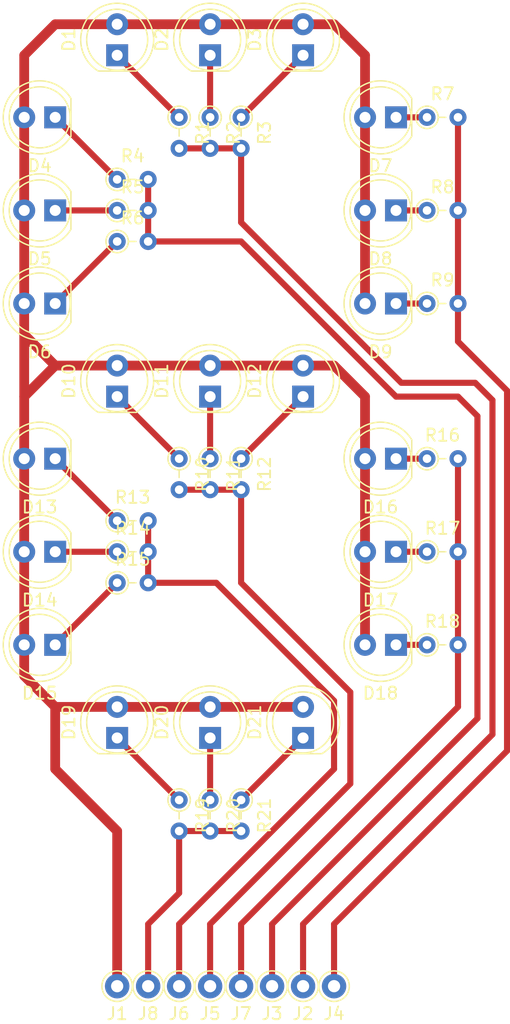
<source format=kicad_pcb>
(kicad_pcb (version 20240108) (generator "pcbnew") (generator_version "8.0")
  (layers (0 "F.Cu" signal) (31 "B.Cu" signal) (34 "B.Paste" user) (35 "F.Paste" user) (36 "B.SilkS" user "B.Silkscreen") (37 "F.SilkS" user "F.Silkscreen") (38 "B.Mask" user) (39 "F.Mask" user) (44 "Edge.Cuts" user))
  (net 0 "")
  (net 1 "+1V5")
  (net 2 "Net-(D1-K)")
  (net 3 "Net-(D2-K)")
  (net 4 "Net-(D3-K)")
  (net 5 "Net-(D4-K)")
  (net 6 "Net-(D5-K)")
  (net 7 "Net-(D6-K)")
  (net 8 "Net-(D7-K)")
  (net 9 "Net-(D8-K)")
  (net 10 "Net-(D9-K)")
  (net 11 "Net-(D10-K)")
  (net 12 "Net-(D11-K)")
  (net 13 "Net-(D12-K)")
  (net 14 "Net-(D13-K)")
  (net 15 "Net-(D14-K)")
  (net 16 "Net-(D15-K)")
  (net 17 "Net-(D16-K)")
  (net 18 "Net-(D17-K)")
  (net 19 "Net-(D18-K)")
  (net 20 "Net-(D19-K)")
  (net 21 "Net-(D20-K)")
  (net 22 "Net-(D21-K)")
  (net 23 "Net-(J2-Pin_1)")
  (net 24 "Net-(J3-Pin_1)")
  (net 25 "Net-(J4-Pin_1)")
  (net 26 "Net-(J5-Pin_1)")
  (net 27 "Net-(J6-Pin_1)")
  (net 28 "Net-(J7-Pin_1)")
  (net 29 "Net-(J8-Pin_1)")
  (footprint "LED_THT:LED_D5.0mm" (layer "F.Cu") (at 124.46 73.66 180)
    (property "Reference" "D9" (at 1.27 -3.96 180) (layer "F.SilkS"))
    (property "Value" "LED")
    (fp_line (start -1.29 -1.545) (end -1.29 1.545) (stroke (width 0.12)) (layer "F.SilkS"))
    (fp_arc (start 4.26 -0.000462) (mid 2.072002 2.880433) (end -1.29 1.54483) (stroke (width 0.12)) (layer "F.SilkS"))
    (fp_arc (start -1.29 -1.54483) (mid 2.072002 -2.880433) (end 4.26 0.000462) (stroke (width 0.12)) (layer "F.SilkS"))
    (fp_circle (center 1.27 0) (end 3.77 0) (stroke (width 0.12)) (fill none) (layer "F.SilkS"))
    (pad "1" thru_hole rect (at 0 0 180) (size 1.8 1.8) (drill 0.9) (layers "*.Cu" "*.Mask") (net 10 "Net-(D9-K)"))
    (pad "2" thru_hole circle (at 2.54 0 180) (size 1.8 1.8) (drill 0.9) (layers "*.Cu" "*.Mask") (net 1 "+1V5"))
  )
  (footprint "Resistor_THT:R_Axial_DIN0204_L3.6mm_D1.6mm_P2.54mm_Vertical" (layer "F.Cu") (at 106.68 58.42 -90)
    (property "Reference" "R1" (at 1.27 -1.92 90) (layer "F.SilkS"))
    (property "Value" "R")
    (fp_line (start 0.92 0) (end 1.54 0) (stroke (width 0.12)) (layer "F.SilkS"))
    (fp_circle (center 0 0) (end 0.92 0) (stroke (width 0.12)) (fill none) (layer "F.SilkS"))
    (pad "1" thru_hole circle (at 0 0 270) (size 1.4 1.4) (drill 0.7) (layers "*.Cu" "*.Mask") (net 2 "Net-(D1-K)"))
    (pad "2" thru_hole oval (at 2.54 0 270) (size 1.4 1.4) (drill 0.7) (layers "*.Cu" "*.Mask") (net 23 "Net-(J2-Pin_1)"))
  )
  (footprint "LED_THT:LED_D5.0mm" (layer "F.Cu") (at 101.6 53.34 90)
    (property "Reference" "D1" (at 1.27 -3.96 270) (layer "F.SilkS"))
    (property "Value" "LED")
    (fp_line (start -1.29 -1.545) (end -1.29 1.545) (stroke (width 0.12)) (layer "F.SilkS"))
    (fp_arc (start -1.29 -1.54483) (mid 2.072002 -2.880433) (end 4.26 0.000462) (stroke (width 0.12)) (layer "F.SilkS"))
    (fp_arc (start 4.26 -0.000462) (mid 2.072002 2.880433) (end -1.29 1.54483) (stroke (width 0.12)) (layer "F.SilkS"))
    (fp_circle (center 1.27 0) (end 3.77 0) (stroke (width 0.12)) (fill none) (layer "F.SilkS"))
    (pad "1" thru_hole rect (at 0 0 90) (size 1.8 1.8) (drill 0.9) (layers "*.Cu" "*.Mask") (net 2 "Net-(D1-K)"))
    (pad "2" thru_hole circle (at 2.54 0 90) (size 1.8 1.8) (drill 0.9) (layers "*.Cu" "*.Mask") (net 1 "+1V5"))
  )
  (footprint "LED_THT:LED_D5.0mm" (layer "F.Cu") (at 124.46 66.04 180)
    (property "Reference" "D8" (at 1.27 -3.96 180) (layer "F.SilkS"))
    (property "Value" "LED")
    (fp_line (start -1.29 -1.545) (end -1.29 1.545) (stroke (width 0.12)) (layer "F.SilkS"))
    (fp_arc (start 4.26 -0.000462) (mid 2.072002 2.880433) (end -1.29 1.54483) (stroke (width 0.12)) (layer "F.SilkS"))
    (fp_arc (start -1.29 -1.54483) (mid 2.072002 -2.880433) (end 4.26 0.000462) (stroke (width 0.12)) (layer "F.SilkS"))
    (fp_circle (center 1.27 0) (end 3.77 0) (stroke (width 0.12)) (fill none) (layer "F.SilkS"))
    (pad "1" thru_hole rect (at 0 0 180) (size 1.8 1.8) (drill 0.9) (layers "*.Cu" "*.Mask") (net 9 "Net-(D8-K)"))
    (pad "2" thru_hole circle (at 2.54 0 180) (size 1.8 1.8) (drill 0.9) (layers "*.Cu" "*.Mask") (net 1 "+1V5"))
  )
  (footprint "LED_THT:LED_D5.0mm" (layer "F.Cu") (at 96.52 66.04 180)
    (property "Reference" "D5" (at 1.27 -3.96 180) (layer "F.SilkS"))
    (property "Value" "LED")
    (fp_line (start -1.29 -1.545) (end -1.29 1.545) (stroke (width 0.12)) (layer "F.SilkS"))
    (fp_arc (start 4.26 -0.000462) (mid 2.072002 2.880433) (end -1.29 1.54483) (stroke (width 0.12)) (layer "F.SilkS"))
    (fp_arc (start -1.29 -1.54483) (mid 2.072002 -2.880433) (end 4.26 0.000462) (stroke (width 0.12)) (layer "F.SilkS"))
    (fp_circle (center 1.27 0) (end 3.77 0) (stroke (width 0.12)) (fill none) (layer "F.SilkS"))
    (pad "1" thru_hole rect (at 0 0 180) (size 1.8 1.8) (drill 0.9) (layers "*.Cu" "*.Mask") (net 6 "Net-(D5-K)"))
    (pad "2" thru_hole circle (at 2.54 0 180) (size 1.8 1.8) (drill 0.9) (layers "*.Cu" "*.Mask") (net 1 "+1V5"))
  )
  (footprint "Resistor_THT:R_Axial_DIN0204_L3.6mm_D1.6mm_P2.54mm_Vertical" (layer "F.Cu") (at 101.6 96.52)
    (property "Reference" "R15" (at 1.27 -1.92 0) (layer "F.SilkS"))
    (property "Value" "R")
    (fp_line (start 0.92 0) (end 1.54 0) (stroke (width 0.12)) (layer "F.SilkS"))
    (fp_circle (center 0 0) (end 0.92 0) (stroke (width 0.12)) (fill none) (layer "F.SilkS"))
    (pad "1" thru_hole circle (at 0 0) (size 1.4 1.4) (drill 0.7) (layers "*.Cu" "*.Mask") (net 16 "Net-(D15-K)"))
    (pad "2" thru_hole oval (at 2.54 0) (size 1.4 1.4) (drill 0.7) (layers "*.Cu" "*.Mask") (net 27 "Net-(J6-Pin_1)"))
  )
  (footprint "LED_THT:LED_D5.0mm" (layer "F.Cu") (at 96.52 58.42 180)
    (property "Reference" "D4" (at 1.27 -3.96 180) (layer "F.SilkS"))
    (property "Value" "LED")
    (fp_line (start -1.29 -1.545) (end -1.29 1.545) (stroke (width 0.12)) (layer "F.SilkS"))
    (fp_arc (start 4.26 -0.000462) (mid 2.072002 2.880433) (end -1.29 1.54483) (stroke (width 0.12)) (layer "F.SilkS"))
    (fp_arc (start -1.29 -1.54483) (mid 2.072002 -2.880433) (end 4.26 0.000462) (stroke (width 0.12)) (layer "F.SilkS"))
    (fp_circle (center 1.27 0) (end 3.77 0) (stroke (width 0.12)) (fill none) (layer "F.SilkS"))
    (pad "1" thru_hole rect (at 0 0 180) (size 1.8 1.8) (drill 0.9) (layers "*.Cu" "*.Mask") (net 5 "Net-(D4-K)"))
    (pad "2" thru_hole circle (at 2.54 0 180) (size 1.8 1.8) (drill 0.9) (layers "*.Cu" "*.Mask") (net 1 "+1V5"))
  )
  (footprint "LED_THT:LED_D5.0mm" (layer "F.Cu") (at 124.46 86.36 180)
    (property "Reference" "D16" (at 1.27 -3.96 180) (layer "F.SilkS"))
    (property "Value" "LED")
    (fp_line (start -1.29 -1.545) (end -1.29 1.545) (stroke (width 0.12)) (layer "F.SilkS"))
    (fp_arc (start 4.26 -0.000462) (mid 2.072002 2.880433) (end -1.29 1.54483) (stroke (width 0.12)) (layer "F.SilkS"))
    (fp_arc (start -1.29 -1.54483) (mid 2.072002 -2.880433) (end 4.26 0.000462) (stroke (width 0.12)) (layer "F.SilkS"))
    (fp_circle (center 1.27 0) (end 3.77 0) (stroke (width 0.12)) (fill none) (layer "F.SilkS"))
    (pad "1" thru_hole rect (at 0 0 180) (size 1.8 1.8) (drill 0.9) (layers "*.Cu" "*.Mask") (net 17 "Net-(D16-K)"))
    (pad "2" thru_hole circle (at 2.54 0 180) (size 1.8 1.8) (drill 0.9) (layers "*.Cu" "*.Mask") (net 1 "+1V5"))
  )
  (footprint "Resistor_THT:R_Axial_DIN0204_L3.6mm_D1.6mm_P2.54mm_Vertical" (layer "F.Cu") (at 111.76 86.36 -90)
    (property "Reference" "R12" (at 1.27 -1.92 90) (layer "F.SilkS"))
    (property "Value" "R")
    (fp_line (start 0.92 0) (end 1.54 0) (stroke (width 0.12)) (layer "F.SilkS"))
    (fp_circle (center 0 0) (end 0.92 0) (stroke (width 0.12)) (fill none) (layer "F.SilkS"))
    (pad "1" thru_hole circle (at 0 0 270) (size 1.4 1.4) (drill 0.7) (layers "*.Cu" "*.Mask") (net 13 "Net-(D12-K)"))
    (pad "2" thru_hole oval (at 2.54 0 270) (size 1.4 1.4) (drill 0.7) (layers "*.Cu" "*.Mask") (net 26 "Net-(J5-Pin_1)"))
  )
  (footprint "LED_THT:LED_D5.0mm" (layer "F.Cu") (at 101.6 109.22 90)
    (property "Reference" "D19" (at 1.27 -3.96 270) (layer "F.SilkS"))
    (property "Value" "LED")
    (fp_line (start -1.29 -1.545) (end -1.29 1.545) (stroke (width 0.12)) (layer "F.SilkS"))
    (fp_arc (start -1.29 -1.54483) (mid 2.072002 -2.880433) (end 4.26 0.000462) (stroke (width 0.12)) (layer "F.SilkS"))
    (fp_arc (start 4.26 -0.000462) (mid 2.072002 2.880433) (end -1.29 1.54483) (stroke (width 0.12)) (layer "F.SilkS"))
    (fp_circle (center 1.27 0) (end 3.77 0) (stroke (width 0.12)) (fill none) (layer "F.SilkS"))
    (pad "1" thru_hole rect (at 0 0 90) (size 1.8 1.8) (drill 0.9) (layers "*.Cu" "*.Mask") (net 20 "Net-(D19-K)"))
    (pad "2" thru_hole circle (at 2.54 0 90) (size 1.8 1.8) (drill 0.9) (layers "*.Cu" "*.Mask") (net 1 "+1V5"))
  )
  (footprint "Resistor_THT:R_Axial_DIN0204_L3.6mm_D1.6mm_P2.54mm_Vertical" (layer "F.Cu") (at 109.22 114.3 -90)
    (property "Reference" "R20" (at 1.27 -1.92 90) (layer "F.SilkS"))
    (property "Value" "R")
    (fp_line (start 0.92 0) (end 1.54 0) (stroke (width 0.12)) (layer "F.SilkS"))
    (fp_circle (center 0 0) (end 0.92 0) (stroke (width 0.12)) (fill none) (layer "F.SilkS"))
    (pad "1" thru_hole circle (at 0 0 270) (size 1.4 1.4) (drill 0.7) (layers "*.Cu" "*.Mask") (net 21 "Net-(D20-K)"))
    (pad "2" thru_hole oval (at 2.54 0 270) (size 1.4 1.4) (drill 0.7) (layers "*.Cu" "*.Mask") (net 29 "Net-(J8-Pin_1)"))
  )
  (footprint "Connector_Pin:Pin_D1.0mm_L10.0mm" (layer "F.Cu") (at 106.68 129.54)
    (property "Reference" "J6" (at 0 2.25 0) (layer "F.SilkS"))
    (property "Value" "Conn_01x01_Pin")
    (fp_circle (center 0 0) (end 1.25 0.05) (stroke (width 0.12)) (fill none) (layer "F.SilkS"))
    (pad "1" thru_hole circle (at 0 0) (size 2 2) (drill 1) (layers "*.Cu" "*.Mask") (net 27 "Net-(J6-Pin_1)"))
  )
  (footprint "Resistor_THT:R_Axial_DIN0204_L3.6mm_D1.6mm_P2.54mm_Vertical" (layer "F.Cu") (at 127 66.04)
    (property "Reference" "R8" (at 1.27 -1.92 0) (layer "F.SilkS"))
    (property "Value" "R")
    (fp_line (start 0.92 0) (end 1.54 0) (stroke (width 0.12)) (layer "F.SilkS"))
    (fp_circle (center 0 0) (end 0.92 0) (stroke (width 0.12)) (fill none) (layer "F.SilkS"))
    (pad "1" thru_hole circle (at 0 0) (size 1.4 1.4) (drill 0.7) (layers "*.Cu" "*.Mask") (net 9 "Net-(D8-K)"))
    (pad "2" thru_hole oval (at 2.54 0) (size 1.4 1.4) (drill 0.7) (layers "*.Cu" "*.Mask") (net 25 "Net-(J4-Pin_1)"))
  )
  (footprint "Connector_Pin:Pin_D1.0mm_L10.0mm" (layer "F.Cu") (at 114.3 129.54)
    (property "Reference" "J3" (at 0 2.25 0) (layer "F.SilkS"))
    (property "Value" "Conn_01x01_Pin")
    (fp_circle (center 0 0) (end 1.25 0.05) (stroke (width 0.12)) (fill none) (layer "F.SilkS"))
    (pad "1" thru_hole circle (at 0 0) (size 2 2) (drill 1) (layers "*.Cu" "*.Mask") (net 24 "Net-(J3-Pin_1)"))
  )
  (footprint "LED_THT:LED_D5.0mm" (layer "F.Cu") (at 96.52 86.36 180)
    (property "Reference" "D13" (at 1.27 -3.96 180) (layer "F.SilkS"))
    (property "Value" "LED")
    (fp_line (start -1.29 -1.545) (end -1.29 1.545) (stroke (width 0.12)) (layer "F.SilkS"))
    (fp_arc (start 4.26 -0.000462) (mid 2.072002 2.880433) (end -1.29 1.54483) (stroke (width 0.12)) (layer "F.SilkS"))
    (fp_arc (start -1.29 -1.54483) (mid 2.072002 -2.880433) (end 4.26 0.000462) (stroke (width 0.12)) (layer "F.SilkS"))
    (fp_circle (center 1.27 0) (end 3.77 0) (stroke (width 0.12)) (fill none) (layer "F.SilkS"))
    (pad "1" thru_hole rect (at 0 0 180) (size 1.8 1.8) (drill 0.9) (layers "*.Cu" "*.Mask") (net 14 "Net-(D13-K)"))
    (pad "2" thru_hole circle (at 2.54 0 180) (size 1.8 1.8) (drill 0.9) (layers "*.Cu" "*.Mask") (net 1 "+1V5"))
  )
  (footprint "Resistor_THT:R_Axial_DIN0204_L3.6mm_D1.6mm_P2.54mm_Vertical" (layer "F.Cu") (at 127 93.98)
    (property "Reference" "R17" (at 1.27 -1.92 0) (layer "F.SilkS"))
    (property "Value" "R")
    (fp_line (start 0.92 0) (end 1.54 0) (stroke (width 0.12)) (layer "F.SilkS"))
    (fp_circle (center 0 0) (end 0.92 0) (stroke (width 0.12)) (fill none) (layer "F.SilkS"))
    (pad "1" thru_hole circle (at 0 0) (size 1.4 1.4) (drill 0.7) (layers "*.Cu" "*.Mask") (net 18 "Net-(D17-K)"))
    (pad "2" thru_hole oval (at 2.54 0) (size 1.4 1.4) (drill 0.7) (layers "*.Cu" "*.Mask") (net 28 "Net-(J7-Pin_1)"))
  )
  (footprint "Resistor_THT:R_Axial_DIN0204_L3.6mm_D1.6mm_P2.54mm_Vertical" (layer "F.Cu") (at 101.6 63.5)
    (property "Reference" "R4" (at 1.27 -1.92 0) (layer "F.SilkS"))
    (property "Value" "R")
    (fp_line (start 0.92 0) (end 1.54 0) (stroke (width 0.12)) (layer "F.SilkS"))
    (fp_circle (center 0 0) (end 0.92 0) (stroke (width 0.12)) (fill none) (layer "F.SilkS"))
    (pad "1" thru_hole circle (at 0 0) (size 1.4 1.4) (drill 0.7) (layers "*.Cu" "*.Mask") (net 5 "Net-(D4-K)"))
    (pad "2" thru_hole oval (at 2.54 0) (size 1.4 1.4) (drill 0.7) (layers "*.Cu" "*.Mask") (net 24 "Net-(J3-Pin_1)"))
  )
  (footprint "LED_THT:LED_D5.0mm" (layer "F.Cu") (at 124.46 58.42 180)
    (property "Reference" "D7" (at 1.27 -3.96 180) (layer "F.SilkS"))
    (property "Value" "LED")
    (fp_line (start -1.29 -1.545) (end -1.29 1.545) (stroke (width 0.12)) (layer "F.SilkS"))
    (fp_arc (start 4.26 -0.000462) (mid 2.072002 2.880433) (end -1.29 1.54483) (stroke (width 0.12)) (layer "F.SilkS"))
    (fp_arc (start -1.29 -1.54483) (mid 2.072002 -2.880433) (end 4.26 0.000462) (stroke (width 0.12)) (layer "F.SilkS"))
    (fp_circle (center 1.27 0) (end 3.77 0) (stroke (width 0.12)) (fill none) (layer "F.SilkS"))
    (pad "1" thru_hole rect (at 0 0 180) (size 1.8 1.8) (drill 0.9) (layers "*.Cu" "*.Mask") (net 8 "Net-(D7-K)"))
    (pad "2" thru_hole circle (at 2.54 0 180) (size 1.8 1.8) (drill 0.9) (layers "*.Cu" "*.Mask") (net 1 "+1V5"))
  )
  (footprint "Connector_Pin:Pin_D1.0mm_L10.0mm" (layer "F.Cu") (at 101.6 129.54)
    (property "Reference" "J1" (at 0 2.25 0) (layer "F.SilkS"))
    (property "Value" "Conn_01x01_Pin")
    (fp_circle (center 0 0) (end 1.25 0.05) (stroke (width 0.12)) (fill none) (layer "F.SilkS"))
    (pad "1" thru_hole circle (at 0 0) (size 2 2) (drill 1) (layers "*.Cu" "*.Mask") (net 1 "+1V5"))
  )
  (footprint "LED_THT:LED_D5.0mm" (layer "F.Cu") (at 96.52 101.6 180)
    (property "Reference" "D15" (at 1.27 -3.96 180) (layer "F.SilkS"))
    (property "Value" "LED")
    (fp_line (start -1.29 -1.545) (end -1.29 1.545) (stroke (width 0.12)) (layer "F.SilkS"))
    (fp_arc (start 4.26 -0.000462) (mid 2.072002 2.880433) (end -1.29 1.54483) (stroke (width 0.12)) (layer "F.SilkS"))
    (fp_arc (start -1.29 -1.54483) (mid 2.072002 -2.880433) (end 4.26 0.000462) (stroke (width 0.12)) (layer "F.SilkS"))
    (fp_circle (center 1.27 0) (end 3.77 0) (stroke (width 0.12)) (fill none) (layer "F.SilkS"))
    (pad "1" thru_hole rect (at 0 0 180) (size 1.8 1.8) (drill 0.9) (layers "*.Cu" "*.Mask") (net 16 "Net-(D15-K)"))
    (pad "2" thru_hole circle (at 2.54 0 180) (size 1.8 1.8) (drill 0.9) (layers "*.Cu" "*.Mask") (net 1 "+1V5"))
  )
  (footprint "Connector_Pin:Pin_D1.0mm_L10.0mm" (layer "F.Cu") (at 109.22 129.54)
    (property "Reference" "J5" (at 0 2.25 0) (layer "F.SilkS"))
    (property "Value" "Conn_01x01_Pin")
    (fp_circle (center 0 0) (end 1.25 0.05) (stroke (width 0.12)) (fill none) (layer "F.SilkS"))
    (pad "1" thru_hole circle (at 0 0) (size 2 2) (drill 1) (layers "*.Cu" "*.Mask") (net 26 "Net-(J5-Pin_1)"))
  )
  (footprint "Resistor_THT:R_Axial_DIN0204_L3.6mm_D1.6mm_P2.54mm_Vertical" (layer "F.Cu") (at 127 101.6)
    (property "Reference" "R18" (at 1.27 -1.92 0) (layer "F.SilkS"))
    (property "Value" "R")
    (fp_line (start 0.92 0) (end 1.54 0) (stroke (width 0.12)) (layer "F.SilkS"))
    (fp_circle (center 0 0) (end 0.92 0) (stroke (width 0.12)) (fill none) (layer "F.SilkS"))
    (pad "1" thru_hole circle (at 0 0) (size 1.4 1.4) (drill 0.7) (layers "*.Cu" "*.Mask") (net 19 "Net-(D18-K)"))
    (pad "2" thru_hole oval (at 2.54 0) (size 1.4 1.4) (drill 0.7) (layers "*.Cu" "*.Mask") (net 28 "Net-(J7-Pin_1)"))
  )
  (footprint "Resistor_THT:R_Axial_DIN0204_L3.6mm_D1.6mm_P2.54mm_Vertical" (layer "F.Cu") (at 109.22 58.42 -90)
    (property "Reference" "R2" (at 1.27 -1.92 90) (layer "F.SilkS"))
    (property "Value" "R")
    (fp_line (start 0.92 0) (end 1.54 0) (stroke (width 0.12)) (layer "F.SilkS"))
    (fp_circle (center 0 0) (end 0.92 0) (stroke (width 0.12)) (fill none) (layer "F.SilkS"))
    (pad "1" thru_hole circle (at 0 0 270) (size 1.4 1.4) (drill 0.7) (layers "*.Cu" "*.Mask") (net 3 "Net-(D2-K)"))
    (pad "2" thru_hole oval (at 2.54 0 270) (size 1.4 1.4) (drill 0.7) (layers "*.Cu" "*.Mask") (net 23 "Net-(J2-Pin_1)"))
  )
  (footprint "LED_THT:LED_D5.0mm" (layer "F.Cu") (at 96.52 73.66 180)
    (property "Reference" "D6" (at 1.27 -3.96 180) (layer "F.SilkS"))
    (property "Value" "LED")
    (fp_line (start -1.29 -1.545) (end -1.29 1.545) (stroke (width 0.12)) (layer "F.SilkS"))
    (fp_arc (start 4.26 -0.000462) (mid 2.072002 2.880433) (end -1.29 1.54483) (stroke (width 0.12)) (layer "F.SilkS"))
    (fp_arc (start -1.29 -1.54483) (mid 2.072002 -2.880433) (end 4.26 0.000462) (stroke (width 0.12)) (layer "F.SilkS"))
    (fp_circle (center 1.27 0) (end 3.77 0) (stroke (width 0.12)) (fill none) (layer "F.SilkS"))
    (pad "1" thru_hole rect (at 0 0 180) (size 1.8 1.8) (drill 0.9) (layers "*.Cu" "*.Mask") (net 7 "Net-(D6-K)"))
    (pad "2" thru_hole circle (at 2.54 0 180) (size 1.8 1.8) (drill 0.9) (layers "*.Cu" "*.Mask") (net 1 "+1V5"))
  )
  (footprint "LED_THT:LED_D5.0mm" (layer "F.Cu") (at 116.84 81.28 90)
    (property "Reference" "D12" (at 1.27 -3.96 270) (layer "F.SilkS"))
    (property "Value" "LED")
    (fp_line (start -1.29 -1.545) (end -1.29 1.545) (stroke (width 0.12)) (layer "F.SilkS"))
    (fp_arc (start -1.29 -1.54483) (mid 2.072002 -2.880433) (end 4.26 0.000462) (stroke (width 0.12)) (layer "F.SilkS"))
    (fp_arc (start 4.26 -0.000462) (mid 2.072002 2.880433) (end -1.29 1.54483) (stroke (width 0.12)) (layer "F.SilkS"))
    (fp_circle (center 1.27 0) (end 3.77 0) (stroke (width 0.12)) (fill none) (layer "F.SilkS"))
    (pad "1" thru_hole rect (at 0 0 90) (size 1.8 1.8) (drill 0.9) (layers "*.Cu" "*.Mask") (net 13 "Net-(D12-K)"))
    (pad "2" thru_hole circle (at 2.54 0 90) (size 1.8 1.8) (drill 0.9) (layers "*.Cu" "*.Mask") (net 1 "+1V5"))
  )
  (footprint "LED_THT:LED_D5.0mm" (layer "F.Cu") (at 116.84 53.34 90)
    (property "Reference" "D3" (at 1.27 -3.96 270) (layer "F.SilkS"))
    (property "Value" "LED")
    (fp_line (start -1.29 -1.545) (end -1.29 1.545) (stroke (width 0.12)) (layer "F.SilkS"))
    (fp_arc (start -1.29 -1.54483) (mid 2.072002 -2.880433) (end 4.26 0.000462) (stroke (width 0.12)) (layer "F.SilkS"))
    (fp_arc (start 4.26 -0.000462) (mid 2.072002 2.880433) (end -1.29 1.54483) (stroke (width 0.12)) (layer "F.SilkS"))
    (fp_circle (center 1.27 0) (end 3.77 0) (stroke (width 0.12)) (fill none) (layer "F.SilkS"))
    (pad "1" thru_hole rect (at 0 0 90) (size 1.8 1.8) (drill 0.9) (layers "*.Cu" "*.Mask") (net 4 "Net-(D3-K)"))
    (pad "2" thru_hole circle (at 2.54 0 90) (size 1.8 1.8) (drill 0.9) (layers "*.Cu" "*.Mask") (net 1 "+1V5"))
  )
  (footprint "Resistor_THT:R_Axial_DIN0204_L3.6mm_D1.6mm_P2.54mm_Vertical" (layer "F.Cu") (at 127 73.66)
    (property "Reference" "R9" (at 1.27 -1.92 0) (layer "F.SilkS"))
    (property "Value" "R")
    (fp_line (start 0.92 0) (end 1.54 0) (stroke (width 0.12)) (layer "F.SilkS"))
    (fp_circle (center 0 0) (end 0.92 0) (stroke (width 0.12)) (fill none) (layer "F.SilkS"))
    (pad "1" thru_hole circle (at 0 0) (size 1.4 1.4) (drill 0.7) (layers "*.Cu" "*.Mask") (net 10 "Net-(D9-K)"))
    (pad "2" thru_hole oval (at 2.54 0) (size 1.4 1.4) (drill 0.7) (layers "*.Cu" "*.Mask") (net 25 "Net-(J4-Pin_1)"))
  )
  (footprint "Connector_Pin:Pin_D1.0mm_L10.0mm" (layer "F.Cu") (at 116.84 129.54)
    (property "Reference" "J2" (at 0 2.25 0) (layer "F.SilkS"))
    (property "Value" "Conn_01x01_Pin")
    (fp_circle (center 0 0) (end 1.25 0.05) (stroke (width 0.12)) (fill none) (layer "F.SilkS"))
    (pad "1" thru_hole circle (at 0 0) (size 2 2) (drill 1) (layers "*.Cu" "*.Mask") (net 23 "Net-(J2-Pin_1)"))
  )
  (footprint "LED_THT:LED_D5.0mm" (layer "F.Cu") (at 101.6 81.28 90)
    (property "Reference" "D10" (at 1.27 -3.96 270) (layer "F.SilkS"))
    (property "Value" "LED")
    (fp_line (start -1.29 -1.545) (end -1.29 1.545) (stroke (width 0.12)) (layer "F.SilkS"))
    (fp_arc (start -1.29 -1.54483) (mid 2.072002 -2.880433) (end 4.26 0.000462) (stroke (width 0.12)) (layer "F.SilkS"))
    (fp_arc (start 4.26 -0.000462) (mid 2.072002 2.880433) (end -1.29 1.54483) (stroke (width 0.12)) (layer "F.SilkS"))
    (fp_circle (center 1.27 0) (end 3.77 0) (stroke (width 0.12)) (fill none) (layer "F.SilkS"))
    (pad "1" thru_hole rect (at 0 0 90) (size 1.8 1.8) (drill 0.9) (layers "*.Cu" "*.Mask") (net 11 "Net-(D10-K)"))
    (pad "2" thru_hole circle (at 2.54 0 90) (size 1.8 1.8) (drill 0.9) (layers "*.Cu" "*.Mask") (net 1 "+1V5"))
  )
  (footprint "LED_THT:LED_D5.0mm" (layer "F.Cu") (at 116.84 109.22 90)
    (property "Reference" "D21" (at 1.27 -3.96 270) (layer "F.SilkS"))
    (property "Value" "LED")
    (fp_line (start -1.29 -1.545) (end -1.29 1.545) (stroke (width 0.12)) (layer "F.SilkS"))
    (fp_arc (start -1.29 -1.54483) (mid 2.072002 -2.880433) (end 4.26 0.000462) (stroke (width 0.12)) (layer "F.SilkS"))
    (fp_arc (start 4.26 -0.000462) (mid 2.072002 2.880433) (end -1.29 1.54483) (stroke (width 0.12)) (layer "F.SilkS"))
    (fp_circle (center 1.27 0) (end 3.77 0) (stroke (width 0.12)) (fill none) (layer "F.SilkS"))
    (pad "1" thru_hole rect (at 0 0 90) (size 1.8 1.8) (drill 0.9) (layers "*.Cu" "*.Mask") (net 22 "Net-(D21-K)"))
    (pad "2" thru_hole circle (at 2.54 0 90) (size 1.8 1.8) (drill 0.9) (layers "*.Cu" "*.Mask") (net 1 "+1V5"))
  )
  (footprint "Resistor_THT:R_Axial_DIN0204_L3.6mm_D1.6mm_P2.54mm_Vertical" (layer "F.Cu") (at 109.22 86.36 -90)
    (property "Reference" "R11" (at 1.27 -1.92 90) (layer "F.SilkS"))
    (property "Value" "R")
    (fp_line (start 0.92 0) (end 1.54 0) (stroke (width 0.12)) (layer "F.SilkS"))
    (fp_circle (center 0 0) (end 0.92 0) (stroke (width 0.12)) (fill none) (layer "F.SilkS"))
    (pad "1" thru_hole circle (at 0 0 270) (size 1.4 1.4) (drill 0.7) (layers "*.Cu" "*.Mask") (net 12 "Net-(D11-K)"))
    (pad "2" thru_hole oval (at 2.54 0 270) (size 1.4 1.4) (drill 0.7) (layers "*.Cu" "*.Mask") (net 26 "Net-(J5-Pin_1)"))
  )
  (footprint "LED_THT:LED_D5.0mm" (layer "F.Cu") (at 109.22 81.28 90)
    (property "Reference" "D11" (at 1.27 -3.96 270) (layer "F.SilkS"))
    (property "Value" "LED")
    (fp_line (start -1.29 -1.545) (end -1.29 1.545) (stroke (width 0.12)) (layer "F.SilkS"))
    (fp_arc (start -1.29 -1.54483) (mid 2.072002 -2.880433) (end 4.26 0.000462) (stroke (width 0.12)) (layer "F.SilkS"))
    (fp_arc (start 4.26 -0.000462) (mid 2.072002 2.880433) (end -1.29 1.54483) (stroke (width 0.12)) (layer "F.SilkS"))
    (fp_circle (center 1.27 0) (end 3.77 0) (stroke (width 0.12)) (fill none) (layer "F.SilkS"))
    (pad "1" thru_hole rect (at 0 0 90) (size 1.8 1.8) (drill 0.9) (layers "*.Cu" "*.Mask") (net 12 "Net-(D11-K)"))
    (pad "2" thru_hole circle (at 2.54 0 90) (size 1.8 1.8) (drill 0.9) (layers "*.Cu" "*.Mask") (net 1 "+1V5"))
  )
  (footprint "Resistor_THT:R_Axial_DIN0204_L3.6mm_D1.6mm_P2.54mm_Vertical" (layer "F.Cu") (at 106.68 114.3 -90)
    (property "Reference" "R19" (at 1.27 -1.92 90) (layer "F.SilkS"))
    (property "Value" "R")
    (fp_line (start 0.92 0) (end 1.54 0) (stroke (width 0.12)) (layer "F.SilkS"))
    (fp_circle (center 0 0) (end 0.92 0) (stroke (width 0.12)) (fill none) (layer "F.SilkS"))
    (pad "1" thru_hole circle (at 0 0 270) (size 1.4 1.4) (drill 0.7) (layers "*.Cu" "*.Mask") (net 20 "Net-(D19-K)"))
    (pad "2" thru_hole oval (at 2.54 0 270) (size 1.4 1.4) (drill 0.7) (layers "*.Cu" "*.Mask") (net 29 "Net-(J8-Pin_1)"))
  )
  (footprint "Resistor_THT:R_Axial_DIN0204_L3.6mm_D1.6mm_P2.54mm_Vertical" (layer "F.Cu") (at 101.6 68.58)
    (property "Reference" "R6" (at 1.27 -1.92 0) (layer "F.SilkS"))
    (property "Value" "R")
    (fp_line (start 0.92 0) (end 1.54 0) (stroke (width 0.12)) (layer "F.SilkS"))
    (fp_circle (center 0 0) (end 0.92 0) (stroke (width 0.12)) (fill none) (layer "F.SilkS"))
    (pad "1" thru_hole circle (at 0 0) (size 1.4 1.4) (drill 0.7) (layers "*.Cu" "*.Mask") (net 7 "Net-(D6-K)"))
    (pad "2" thru_hole oval (at 2.54 0) (size 1.4 1.4) (drill 0.7) (layers "*.Cu" "*.Mask") (net 24 "Net-(J3-Pin_1)"))
  )
  (footprint "Resistor_THT:R_Axial_DIN0204_L3.6mm_D1.6mm_P2.54mm_Vertical" (layer "F.Cu") (at 106.68 86.36 -90)
    (property "Reference" "R10" (at 1.27 -1.92 90) (layer "F.SilkS"))
    (property "Value" "R")
    (fp_line (start 0.92 0) (end 1.54 0) (stroke (width 0.12)) (layer "F.SilkS"))
    (fp_circle (center 0 0) (end 0.92 0) (stroke (width 0.12)) (fill none) (layer "F.SilkS"))
    (pad "1" thru_hole circle (at 0 0 270) (size 1.4 1.4) (drill 0.7) (layers "*.Cu" "*.Mask") (net 11 "Net-(D10-K)"))
    (pad "2" thru_hole oval (at 2.54 0 270) (size 1.4 1.4) (drill 0.7) (layers "*.Cu" "*.Mask") (net 26 "Net-(J5-Pin_1)"))
  )
  (footprint "Resistor_THT:R_Axial_DIN0204_L3.6mm_D1.6mm_P2.54mm_Vertical" (layer "F.Cu") (at 101.6 91.44)
    (property "Reference" "R13" (at 1.27 -1.92 0) (layer "F.SilkS"))
    (property "Value" "R")
    (fp_line (start 0.92 0) (end 1.54 0) (stroke (width 0.12)) (layer "F.SilkS"))
    (fp_circle (center 0 0) (end 0.92 0) (stroke (width 0.12)) (fill none) (layer "F.SilkS"))
    (pad "1" thru_hole circle (at 0 0) (size 1.4 1.4) (drill 0.7) (layers "*.Cu" "*.Mask") (net 14 "Net-(D13-K)"))
    (pad "2" thru_hole oval (at 2.54 0) (size 1.4 1.4) (drill 0.7) (layers "*.Cu" "*.Mask") (net 27 "Net-(J6-Pin_1)"))
  )
  (footprint "Resistor_THT:R_Axial_DIN0204_L3.6mm_D1.6mm_P2.54mm_Vertical" (layer "F.Cu") (at 127 86.36)
    (property "Reference" "R16" (at 1.27 -1.92 0) (layer "F.SilkS"))
    (property "Value" "R")
    (fp_line (start 0.92 0) (end 1.54 0) (stroke (width 0.12)) (layer "F.SilkS"))
    (fp_circle (center 0 0) (end 0.92 0) (stroke (width 0.12)) (fill none) (layer "F.SilkS"))
    (pad "1" thru_hole circle (at 0 0) (size 1.4 1.4) (drill 0.7) (layers "*.Cu" "*.Mask") (net 17 "Net-(D16-K)"))
    (pad "2" thru_hole oval (at 2.54 0) (size 1.4 1.4) (drill 0.7) (layers "*.Cu" "*.Mask") (net 28 "Net-(J7-Pin_1)"))
  )
  (footprint "Resistor_THT:R_Axial_DIN0204_L3.6mm_D1.6mm_P2.54mm_Vertical" (layer "F.Cu") (at 101.6 93.98)
    (property "Reference" "R14" (at 1.27 -1.92 0) (layer "F.SilkS"))
    (property "Value" "R")
    (fp_line (start 0.92 0) (end 1.54 0) (stroke (width 0.12)) (layer "F.SilkS"))
    (fp_circle (center 0 0) (end 0.92 0) (stroke (width 0.12)) (fill none) (layer "F.SilkS"))
    (pad "1" thru_hole circle (at 0 0) (size 1.4 1.4) (drill 0.7) (layers "*.Cu" "*.Mask") (net 15 "Net-(D14-K)"))
    (pad "2" thru_hole oval (at 2.54 0) (size 1.4 1.4) (drill 0.7) (layers "*.Cu" "*.Mask") (net 27 "Net-(J6-Pin_1)"))
  )
  (footprint "Resistor_THT:R_Axial_DIN0204_L3.6mm_D1.6mm_P2.54mm_Vertical" (layer "F.Cu") (at 101.6 66.04)
    (property "Reference" "R5" (at 1.27 -1.92 0) (layer "F.SilkS"))
    (property "Value" "R")
    (fp_line (start 0.92 0) (end 1.54 0) (stroke (width 0.12)) (layer "F.SilkS"))
    (fp_circle (center 0 0) (end 0.92 0) (stroke (width 0.12)) (fill none) (layer "F.SilkS"))
    (pad "1" thru_hole circle (at 0 0) (size 1.4 1.4) (drill 0.7) (layers "*.Cu" "*.Mask") (net 6 "Net-(D5-K)"))
    (pad "2" thru_hole oval (at 2.54 0) (size 1.4 1.4) (drill 0.7) (layers "*.Cu" "*.Mask") (net 24 "Net-(J3-Pin_1)"))
  )
  (footprint "LED_THT:LED_D5.0mm" (layer "F.Cu") (at 109.22 109.22 90)
    (property "Reference" "D20" (at 1.27 -3.96 270) (layer "F.SilkS"))
    (property "Value" "LED")
    (fp_line (start -1.29 -1.545) (end -1.29 1.545) (stroke (width 0.12)) (layer "F.SilkS"))
    (fp_arc (start -1.29 -1.54483) (mid 2.072002 -2.880433) (end 4.26 0.000462) (stroke (width 0.12)) (layer "F.SilkS"))
    (fp_arc (start 4.26 -0.000462) (mid 2.072002 2.880433) (end -1.29 1.54483) (stroke (width 0.12)) (layer "F.SilkS"))
    (fp_circle (center 1.27 0) (end 3.77 0) (stroke (width 0.12)) (fill none) (layer "F.SilkS"))
    (pad "1" thru_hole rect (at 0 0 90) (size 1.8 1.8) (drill 0.9) (layers "*.Cu" "*.Mask") (net 21 "Net-(D20-K)"))
    (pad "2" thru_hole circle (at 2.54 0 90) (size 1.8 1.8) (drill 0.9) (layers "*.Cu" "*.Mask") (net 1 "+1V5"))
  )
  (footprint "LED_THT:LED_D5.0mm" (layer "F.Cu") (at 109.22 53.34 90)
    (property "Reference" "D2" (at 1.27 -3.96 270) (layer "F.SilkS"))
    (property "Value" "LED")
    (fp_line (start -1.29 -1.545) (end -1.29 1.545) (stroke (width 0.12)) (layer "F.SilkS"))
    (fp_arc (start -1.29 -1.54483) (mid 2.072002 -2.880433) (end 4.26 0.000462) (stroke (width 0.12)) (layer "F.SilkS"))
    (fp_arc (start 4.26 -0.000462) (mid 2.072002 2.880433) (end -1.29 1.54483) (stroke (width 0.12)) (layer "F.SilkS"))
    (fp_circle (center 1.27 0) (end 3.77 0) (stroke (width 0.12)) (fill none) (layer "F.SilkS"))
    (pad "1" thru_hole rect (at 0 0 90) (size 1.8 1.8) (drill 0.9) (layers "*.Cu" "*.Mask") (net 3 "Net-(D2-K)"))
    (pad "2" thru_hole circle (at 2.54 0 90) (size 1.8 1.8) (drill 0.9) (layers "*.Cu" "*.Mask") (net 1 "+1V5"))
  )
  (footprint "Resistor_THT:R_Axial_DIN0204_L3.6mm_D1.6mm_P2.54mm_Vertical" (layer "F.Cu") (at 127 58.42)
    (property "Reference" "R7" (at 1.27 -1.92 0) (layer "F.SilkS"))
    (property "Value" "R")
    (fp_line (start 0.92 0) (end 1.54 0) (stroke (width 0.12)) (layer "F.SilkS"))
    (fp_circle (center 0 0) (end 0.92 0) (stroke (width 0.12)) (fill none) (layer "F.SilkS"))
    (pad "1" thru_hole circle (at 0 0) (size 1.4 1.4) (drill 0.7) (layers "*.Cu" "*.Mask") (net 8 "Net-(D7-K)"))
    (pad "2" thru_hole oval (at 2.54 0) (size 1.4 1.4) (drill 0.7) (layers "*.Cu" "*.Mask") (net 25 "Net-(J4-Pin_1)"))
  )
  (footprint "Connector_Pin:Pin_D1.0mm_L10.0mm" (layer "F.Cu") (at 104.14 129.54)
    (property "Reference" "J8" (at 0 2.25 0) (layer "F.SilkS"))
    (property "Value" "Conn_01x01_Pin")
    (fp_circle (center 0 0) (end 1.25 0.05) (stroke (width 0.12)) (fill none) (layer "F.SilkS"))
    (pad "1" thru_hole circle (at 0 0) (size 2 2) (drill 1) (layers "*.Cu" "*.Mask") (net 29 "Net-(J8-Pin_1)"))
  )
  (footprint "LED_THT:LED_D5.0mm" (layer "F.Cu") (at 96.52 93.98 180)
    (property "Reference" "D14" (at 1.27 -3.96 180) (layer "F.SilkS"))
    (property "Value" "LED")
    (fp_line (start -1.29 -1.545) (end -1.29 1.545) (stroke (width 0.12)) (layer "F.SilkS"))
    (fp_arc (start 4.26 -0.000462) (mid 2.072002 2.880433) (end -1.29 1.54483) (stroke (width 0.12)) (layer "F.SilkS"))
    (fp_arc (start -1.29 -1.54483) (mid 2.072002 -2.880433) (end 4.26 0.000462) (stroke (width 0.12)) (layer "F.SilkS"))
    (fp_circle (center 1.27 0) (end 3.77 0) (stroke (width 0.12)) (fill none) (layer "F.SilkS"))
    (pad "1" thru_hole rect (at 0 0 180) (size 1.8 1.8) (drill 0.9) (layers "*.Cu" "*.Mask") (net 15 "Net-(D14-K)"))
    (pad "2" thru_hole circle (at 2.54 0 180) (size 1.8 1.8) (drill 0.9) (layers "*.Cu" "*.Mask") (net 1 "+1V5"))
  )
  (footprint "LED_THT:LED_D5.0mm" (layer "F.Cu") (at 124.46 93.98 180)
    (property "Reference" "D17" (at 1.27 -3.96 180) (layer "F.SilkS"))
    (property "Value" "LED")
    (fp_line (start -1.29 -1.545) (end -1.29 1.545) (stroke (width 0.12)) (layer "F.SilkS"))
    (fp_arc (start 4.26 -0.000462) (mid 2.072002 2.880433) (end -1.29 1.54483) (stroke (width 0.12)) (layer "F.SilkS"))
    (fp_arc (start -1.29 -1.54483) (mid 2.072002 -2.880433) (end 4.26 0.000462) (stroke (width 0.12)) (layer "F.SilkS"))
    (fp_circle (center 1.27 0) (end 3.77 0) (stroke (width 0.12)) (fill none) (layer "F.SilkS"))
    (pad "1" thru_hole rect (at 0 0 180) (size 1.8 1.8) (drill 0.9) (layers "*.Cu" "*.Mask") (net 18 "Net-(D17-K)"))
    (pad "2" thru_hole circle (at 2.54 0 180) (size 1.8 1.8) (drill 0.9) (layers "*.Cu" "*.Mask") (net 1 "+1V5"))
  )
  (footprint "Resistor_THT:R_Axial_DIN0204_L3.6mm_D1.6mm_P2.54mm_Vertical" (layer "F.Cu") (at 111.76 58.42 -90)
    (property "Reference" "R3" (at 1.27 -1.92 90) (layer "F.SilkS"))
    (property "Value" "R")
    (fp_line (start 0.92 0) (end 1.54 0) (stroke (width 0.12)) (layer "F.SilkS"))
    (fp_circle (center 0 0) (end 0.92 0) (stroke (width 0.12)) (fill none) (layer "F.SilkS"))
    (pad "1" thru_hole circle (at 0 0 270) (size 1.4 1.4) (drill 0.7) (layers "*.Cu" "*.Mask") (net 4 "Net-(D3-K)"))
    (pad "2" thru_hole oval (at 2.54 0 270) (size 1.4 1.4) (drill 0.7) (layers "*.Cu" "*.Mask") (net 23 "Net-(J2-Pin_1)"))
  )
  (footprint "Connector_Pin:Pin_D1.0mm_L10.0mm" (layer "F.Cu") (at 111.76 129.54)
    (property "Reference" "J7" (at 0 2.25 0) (layer "F.SilkS"))
    (property "Value" "Conn_01x01_Pin")
    (fp_circle (center 0 0) (end 1.25 0.05) (stroke (width 0.12)) (fill none) (layer "F.SilkS"))
    (pad "1" thru_hole circle (at 0 0) (size 2 2) (drill 1) (layers "*.Cu" "*.Mask") (net 28 "Net-(J7-Pin_1)"))
  )
  (footprint "Connector_Pin:Pin_D1.0mm_L10.0mm" (layer "F.Cu") (at 119.38 129.54)
    (property "Reference" "J4" (at 0 2.25 0) (layer "F.SilkS"))
    (property "Value" "Conn_01x01_Pin")
    (fp_circle (center 0 0) (end 1.25 0.05) (stroke (width 0.12)) (fill none) (layer "F.SilkS"))
    (pad "1" thru_hole circle (at 0 0) (size 2 2) (drill 1) (layers "*.Cu" "*.Mask") (net 25 "Net-(J4-Pin_1)"))
  )
  (footprint "Resistor_THT:R_Axial_DIN0204_L3.6mm_D1.6mm_P2.54mm_Vertical" (layer "F.Cu") (at 111.76 114.3 -90)
    (property "Reference" "R21" (at 1.27 -1.92 90) (layer "F.SilkS"))
    (property "Value" "R")
    (fp_line (start 0.92 0) (end 1.54 0) (stroke (width 0.12)) (layer "F.SilkS"))
    (fp_circle (center 0 0) (end 0.92 0) (stroke (width 0.12)) (fill none) (layer "F.SilkS"))
    (pad "1" thru_hole circle (at 0 0 270) (size 1.4 1.4) (drill 0.7) (layers "*.Cu" "*.Mask") (net 22 "Net-(D21-K)"))
    (pad "2" thru_hole oval (at 2.54 0 270) (size 1.4 1.4) (drill 0.7) (layers "*.Cu" "*.Mask") (net 29 "Net-(J8-Pin_1)"))
  )
  (footprint "LED_THT:LED_D5.0mm" (layer "F.Cu") (at 124.46 101.6 180)
    (property "Reference" "D18" (at 1.27 -3.96 180) (layer "F.SilkS"))
    (property "Value" "LED")
    (fp_line (start -1.29 -1.545) (end -1.29 1.545) (stroke (width 0.12)) (layer "F.SilkS"))
    (fp_arc (start 4.26 -0.000462) (mid 2.072002 2.880433) (end -1.29 1.54483) (stroke (width 0.12)) (layer "F.SilkS"))
    (fp_arc (start -1.29 -1.54483) (mid 2.072002 -2.880433) (end 4.26 0.000462) (stroke (width 0.12)) (layer "F.SilkS"))
    (fp_circle (center 1.27 0) (end 3.77 0) (stroke (width 0.12)) (fill none) (layer "F.SilkS"))
    (pad "1" thru_hole rect (at 0 0 180) (size 1.8 1.8) (drill 0.9) (layers "*.Cu" "*.Mask") (net 19 "Net-(D18-K)"))
    (pad "2" thru_hole circle (at 2.54 0 180) (size 1.8 1.8) (drill 0.9) (layers "*.Cu" "*.Mask") (net 1 "+1V5"))
  )
  (segment (start 93.98 86.36) (end 93.98 93.98) (width 0.8) (layer "F.Cu") (net 1))
  (segment (start 96.52 106.68) (end 96.52 111.76) (width 0.8) (layer "F.Cu") (net 1))
  (segment (start 121.92 58.42) (end 121.92 66.04) (width 0.8) (layer "F.Cu") (net 1))
  (segment (start 121.92 81.28) (end 121.92 86.36) (width 0.8) (layer "F.Cu") (net 1))
  (segment (start 93.98 58.42) (end 93.98 66.04) (width 0.8) (layer "F.Cu") (net 1))
  (segment (start 93.98 53.34) (end 96.52 50.8) (width 0.8) (layer "F.Cu") (net 1))
  (segment (start 93.98 81.28) (end 96.52 78.74) (width 0.8) (layer "F.Cu") (net 1))
  (segment (start 96.52 106.68) (end 93.98 104.14) (width 0.8) (layer "F.Cu") (net 1))
  (segment (start 121.92 86.36) (end 121.92 93.98) (width 0.8) (layer "F.Cu") (net 1))
  (segment (start 93.98 86.36) (end 93.98 81.28) (width 0.8) (layer "F.Cu") (net 1))
  (segment (start 116.84 50.8) (end 109.22 50.8) (width 0.8) (layer "F.Cu") (net 1))
  (segment (start 109.22 50.8) (end 101.6 50.8) (width 0.8) (layer "F.Cu") (net 1))
  (segment (start 96.52 50.8) (end 101.6 50.8) (width 0.8) (layer "F.Cu") (net 1))
  (segment (start 109.22 106.68) (end 116.84 106.68) (width 0.8) (layer "F.Cu") (net 1))
  (segment (start 93.98 93.98) (end 93.98 101.6) (width 0.8) (layer "F.Cu") (net 1))
  (segment (start 119.38 50.8) (end 116.84 50.8) (width 0.8) (layer "F.Cu") (net 1))
  (segment (start 93.98 66.04) (end 93.98 73.66) (width 0.8) (layer "F.Cu") (net 1))
  (segment (start 121.92 53.34) (end 119.38 50.8) (width 0.8) (layer "F.Cu") (net 1))
  (segment (start 121.92 93.98) (end 121.92 101.6) (width 0.8) (layer "F.Cu") (net 1))
  (segment (start 119.38 78.74) (end 121.92 81.28) (width 0.8) (layer "F.Cu") (net 1))
  (segment (start 116.84 78.74) (end 119.38 78.74) (width 0.8) (layer "F.Cu") (net 1))
  (segment (start 96.52 111.76) (end 101.6 116.84) (width 0.8) (layer "F.Cu") (net 1))
  (segment (start 96.52 78.74) (end 101.6 78.74) (width 0.8) (layer "F.Cu") (net 1))
  (segment (start 101.6 106.68) (end 96.52 106.68) (width 0.8) (layer "F.Cu") (net 1))
  (segment (start 121.92 66.04) (end 121.92 73.66) (width 0.8) (layer "F.Cu") (net 1))
  (segment (start 93.98 58.42) (end 93.98 53.34) (width 0.8) (layer "F.Cu") (net 1))
  (segment (start 101.6 78.74) (end 109.22 78.74) (width 0.8) (layer "F.Cu") (net 1))
  (segment (start 101.6 106.68) (end 109.22 106.68) (width 0.8) (layer "F.Cu") (net 1))
  (segment (start 93.98 104.14) (end 93.98 101.6) (width 0.8) (layer "F.Cu") (net 1))
  (segment (start 93.98 81.28) (end 93.98 73.66) (width 0.8) (layer "F.Cu") (net 1))
  (segment (start 93.98 76.2) (end 93.98 73.66) (width 0.5) (layer "F.Cu") (net 1))
  (segment (start 121.92 58.42) (end 121.92 53.34) (width 0.8) (layer "F.Cu") (net 1))
  (segment (start 109.22 78.74) (end 116.84 78.74) (width 0.8) (layer "F.Cu") (net 1))
  (segment (start 101.6 116.84) (end 101.6 129.54) (width 0.8) (layer "F.Cu") (net 1))
  (segment (start 96.52 78.74) (end 93.98 76.2) (width 0.8) (layer "F.Cu") (net 1))
  (segment (start 106.68 58.42) (end 101.6 53.34) (width 0.5) (layer "F.Cu") (net 2))
  (segment (start 109.22 58.42) (end 109.22 53.34) (width 0.5) (layer "F.Cu") (net 3))
  (segment (start 111.76 58.42) (end 116.84 53.34) (width 0.5) (layer "F.Cu") (net 4))
  (segment (start 96.52 58.42) (end 101.6 63.5) (width 0.5) (layer "F.Cu") (net 5))
  (segment (start 96.52 66.04) (end 101.6 66.04) (width 0.5) (layer "F.Cu") (net 6))
  (segment (start 96.52 73.66) (end 101.6 68.58) (width 0.5) (layer "F.Cu") (net 7))
  (segment (start 127 58.42) (end 124.46 58.42) (width 0.5) (layer "F.Cu") (net 8))
  (segment (start 127 66.04) (end 124.46 66.04) (width 0.5) (layer "F.Cu") (net 9))
  (segment (start 127 73.66) (end 124.46 73.66) (width 0.5) (layer "F.Cu") (net 10))
  (segment (start 106.68 86.36) (end 101.6 81.28) (width 0.5) (layer "F.Cu") (net 11))
  (segment (start 109.22 86.36) (end 109.22 81.28) (width 0.5) (layer "F.Cu") (net 12))
  (segment (start 111.76 86.36) (end 116.84 81.28) (width 0.5) (layer "F.Cu") (net 13))
  (segment (start 101.6 91.44) (end 96.52 86.36) (width 0.5) (layer "F.Cu") (net 14))
  (segment (start 101.6 93.98) (end 96.52 93.98) (width 0.5) (layer "F.Cu") (net 15))
  (segment (start 101.6 96.52) (end 96.52 101.6) (width 0.5) (layer "F.Cu") (net 16))
  (segment (start 127 86.36) (end 124.46 86.36) (width 0.5) (layer "F.Cu") (net 17))
  (segment (start 127 93.98) (end 124.46 93.98) (width 0.5) (layer "F.Cu") (net 18))
  (segment (start 127 101.6) (end 124.46 101.6) (width 0.5) (layer "F.Cu") (net 19))
  (segment (start 106.68 114.3) (end 101.6 109.22) (width 0.5) (layer "F.Cu") (net 20))
  (segment (start 109.22 114.3) (end 109.22 109.22) (width 0.5) (layer "F.Cu") (net 21))
  (segment (start 116.84 109.22) (end 111.76 114.3) (width 0.5) (layer "F.Cu") (net 22))
  (segment (start 124.891247 80.149611) (end 130.949611 80.149611) (width 0.5) (layer "F.Cu") (net 23))
  (segment (start 111.76 67.018364) (end 124.891247 80.149611) (width 0.5) (layer "F.Cu") (net 23))
  (segment (start 111.76 60.96) (end 111.76 67.018364) (width 0.5) (layer "F.Cu") (net 23))
  (segment (start 132.36619 108.93381) (end 116.84 124.46) (width 0.5) (layer "F.Cu") (net 23))
  (segment (start 116.84 124.46) (end 116.84 129.54) (width 0.5) (layer "F.Cu") (net 23))
  (segment (start 132.36619 81.56619) (end 132.36619 108.93381) (width 0.5) (layer "F.Cu") (net 23))
  (segment (start 109.22 60.96) (end 111.76 60.96) (width 0.5) (layer "F.Cu") (net 23))
  (segment (start 106.68 60.96) (end 109.22 60.96) (width 0.5) (layer "F.Cu") (net 23))
  (segment (start 130.949611 80.149611) (end 132.36619 81.56619) (width 0.5) (layer "F.Cu") (net 23))
  (segment (start 131.133521 82.873521) (end 131.133521 107.626479) (width 0.5) (layer "F.Cu") (net 24))
  (segment (start 104.14 63.5) (end 104.14 66.04) (width 0.5) (layer "F.Cu") (net 24))
  (segment (start 111.76 68.58) (end 124.46 81.28) (width 0.5) (layer "F.Cu") (net 24))
  (segment (start 124.46 81.28) (end 129.54 81.28) (width 0.5) (layer "F.Cu") (net 24))
  (segment (start 131.133521 107.626479) (end 114.3 124.46) (width 0.5) (layer "F.Cu") (net 24))
  (segment (start 114.3 124.46) (end 114.3 129.54) (width 0.5) (layer "F.Cu") (net 24))
  (segment (start 129.54 81.28) (end 131.133521 82.873521) (width 0.5) (layer "F.Cu") (net 24))
  (segment (start 104.14 66.04) (end 104.14 68.58) (width 0.5) (layer "F.Cu") (net 24))
  (segment (start 104.14 68.58) (end 111.76 68.58) (width 0.5) (layer "F.Cu") (net 24))
  (segment (start 119.38 124.46) (end 133.56192 110.27808) (width 0.5) (layer "F.Cu") (net 25))
  (segment (start 129.54 73.66) (end 129.54 66.04) (width 0.5) (layer "F.Cu") (net 25))
  (segment (start 129.54 58.42) (end 129.54 66.04) (width 0.5) (layer "F.Cu") (net 25))
  (segment (start 133.56192 110.27808) (end 133.56192 80.79175) (width 0.5) (layer "F.Cu") (net 25))
  (segment (start 119.38 129.54) (end 119.38 124.46) (width 0.5) (layer "F.Cu") (net 25))
  (segment (start 129.54 76.76983) (end 129.54 73.66) (width 0.5) (layer "F.Cu") (net 25))
  (segment (start 133.56192 80.79175) (end 129.54 76.76983) (width 0.5) (layer "F.Cu") (net 25))
  (segment (start 111.76 96.52) (end 120.714164 105.474164) (width 0.5) (layer "F.Cu") (net 26))
  (segment (start 120.714164 112.965836) (end 109.22 124.46) (width 0.5) (layer "F.Cu") (net 26))
  (segment (start 109.22 88.9) (end 111.76 88.9) (width 0.5) (layer "F.Cu") (net 26))
  (segment (start 106.68 88.9) (end 109.22 88.9) (width 0.5) (layer "F.Cu") (net 26))
  (segment (start 111.76 88.9) (end 111.76 96.52) (width 0.5) (layer "F.Cu") (net 26))
  (segment (start 109.22 124.46) (end 109.22 129.54) (width 0.5) (layer "F.Cu") (net 26))
  (segment (start 120.714164 105.474164) (end 120.714164 112.965836) (width 0.5) (layer "F.Cu") (net 26))
  (segment (start 104.14 93.98) (end 104.14 96.52) (width 0.5) (layer "F.Cu") (net 27))
  (segment (start 119.38 111.76) (end 106.68 124.46) (width 0.5) (layer "F.Cu") (net 27))
  (segment (start 106.68 124.46) (end 106.68 129.54) (width 0.5) (layer "F.Cu") (net 27))
  (segment (start 104.14 91.44) (end 104.14 93.98) (width 0.5) (layer "F.Cu") (net 27))
  (segment (start 104.14 96.52) (end 109.723556 96.52) (width 0.5) (layer "F.Cu") (net 27))
  (segment (start 119.38 106.176444) (end 119.38 111.76) (width 0.5) (layer "F.Cu") (net 27))
  (segment (start 109.723556 96.52) (end 119.38 106.176444) (width 0.5) (layer "F.Cu") (net 27))
  (segment (start 129.54 86.36) (end 129.54 93.98) (width 0.5) (layer "F.Cu") (net 28))
  (segment (start 129.54 93.98) (end 129.54 101.6) (width 0.5) (layer "F.Cu") (net 28))
  (segment (start 129.54 106.68) (end 111.76 124.46) (width 0.5) (layer "F.Cu") (net 28))
  (segment (start 111.76 124.46) (end 111.76 129.54) (width 0.5) (layer "F.Cu") (net 28))
  (segment (start 129.54 101.6) (end 129.54 106.68) (width 0.5) (layer "F.Cu") (net 28))
  (segment (start 106.68 121.92) (end 106.68 116.84) (width 0.5) (layer "F.Cu") (net 29))
  (segment (start 104.14 129.54) (end 104.14 124.46) (width 0.5) (layer "F.Cu") (net 29))
  (segment (start 104.14 124.46) (end 106.68 121.92) (width 0.5) (layer "F.Cu") (net 29))
  (segment (start 109.22 116.84) (end 106.68 116.84) (width 0.5) (layer "F.Cu") (net 29))
  (segment (start 111.76 116.84) (end 109.22 116.84) (width 0.5) (layer "F.Cu") (net 29))
)
</source>
